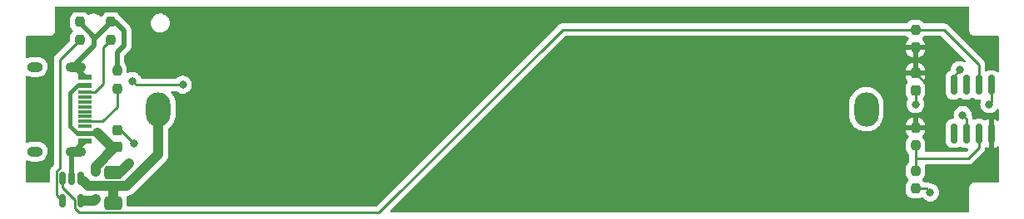
<source format=gbr>
%TF.GenerationSoftware,KiCad,Pcbnew,(6.0.0)*%
%TF.CreationDate,2022-06-19T19:27:42+02:00*%
%TF.ProjectId,PCBv2,50434276-322e-46b6-9963-61645f706362,rev?*%
%TF.SameCoordinates,Original*%
%TF.FileFunction,Copper,L2,Bot*%
%TF.FilePolarity,Positive*%
%FSLAX46Y46*%
G04 Gerber Fmt 4.6, Leading zero omitted, Abs format (unit mm)*
G04 Created by KiCad (PCBNEW (6.0.0)) date 2022-06-19 19:27:42*
%MOMM*%
%LPD*%
G01*
G04 APERTURE LIST*
G04 Aperture macros list*
%AMRoundRect*
0 Rectangle with rounded corners*
0 $1 Rounding radius*
0 $2 $3 $4 $5 $6 $7 $8 $9 X,Y pos of 4 corners*
0 Add a 4 corners polygon primitive as box body*
4,1,4,$2,$3,$4,$5,$6,$7,$8,$9,$2,$3,0*
0 Add four circle primitives for the rounded corners*
1,1,$1+$1,$2,$3*
1,1,$1+$1,$4,$5*
1,1,$1+$1,$6,$7*
1,1,$1+$1,$8,$9*
0 Add four rect primitives between the rounded corners*
20,1,$1+$1,$2,$3,$4,$5,0*
20,1,$1+$1,$4,$5,$6,$7,0*
20,1,$1+$1,$6,$7,$8,$9,0*
20,1,$1+$1,$8,$9,$2,$3,0*%
G04 Aperture macros list end*
%TA.AperFunction,SMDPad,CuDef*%
%ADD10RoundRect,0.237500X-0.237500X0.250000X-0.237500X-0.250000X0.237500X-0.250000X0.237500X0.250000X0*%
%TD*%
%TA.AperFunction,SMDPad,CuDef*%
%ADD11R,1.450000X0.600000*%
%TD*%
%TA.AperFunction,SMDPad,CuDef*%
%ADD12R,1.450000X0.300000*%
%TD*%
%TA.AperFunction,ComponentPad*%
%ADD13O,2.100000X1.000000*%
%TD*%
%TA.AperFunction,ComponentPad*%
%ADD14O,1.600000X1.000000*%
%TD*%
%TA.AperFunction,ComponentPad*%
%ADD15O,2.500000X3.500000*%
%TD*%
%TA.AperFunction,SMDPad,CuDef*%
%ADD16RoundRect,0.237500X0.237500X-0.250000X0.237500X0.250000X-0.237500X0.250000X-0.237500X-0.250000X0*%
%TD*%
%TA.AperFunction,SMDPad,CuDef*%
%ADD17RoundRect,0.250000X0.650000X-0.412500X0.650000X0.412500X-0.650000X0.412500X-0.650000X-0.412500X0*%
%TD*%
%TA.AperFunction,SMDPad,CuDef*%
%ADD18RoundRect,0.237500X-0.237500X0.300000X-0.237500X-0.300000X0.237500X-0.300000X0.237500X0.300000X0*%
%TD*%
%TA.AperFunction,SMDPad,CuDef*%
%ADD19RoundRect,0.150000X-0.150000X0.512500X-0.150000X-0.512500X0.150000X-0.512500X0.150000X0.512500X0*%
%TD*%
%TA.AperFunction,SMDPad,CuDef*%
%ADD20RoundRect,0.150000X0.150000X-0.825000X0.150000X0.825000X-0.150000X0.825000X-0.150000X-0.825000X0*%
%TD*%
%TA.AperFunction,SMDPad,CuDef*%
%ADD21RoundRect,0.237500X0.237500X-0.300000X0.237500X0.300000X-0.237500X0.300000X-0.237500X-0.300000X0*%
%TD*%
%TA.AperFunction,ViaPad*%
%ADD22C,0.800000*%
%TD*%
%TA.AperFunction,Conductor*%
%ADD23C,0.250000*%
%TD*%
%TA.AperFunction,Conductor*%
%ADD24C,1.000000*%
%TD*%
%TA.AperFunction,Conductor*%
%ADD25C,0.500000*%
%TD*%
%TA.AperFunction,Conductor*%
%ADD26C,0.406400*%
%TD*%
G04 APERTURE END LIST*
D10*
%TO.P,R5,1*%
%TO.N,+BATT*%
X150000000Y-57887500D03*
%TO.P,R5,2*%
%TO.N,/BATSTAT*%
X150000000Y-59712500D03*
%TD*%
D11*
%TO.P,J1,A1,GND*%
%TO.N,Earth*%
X65545000Y-59250000D03*
%TO.P,J1,A4,VBUS*%
%TO.N,+5V*%
X65545000Y-58450000D03*
D12*
%TO.P,J1,A5,CC1*%
%TO.N,Net-(J1-PadA5)*%
X65545000Y-57250000D03*
%TO.P,J1,A6,D+*%
%TO.N,unconnected-(J1-PadA6)*%
X65545000Y-56250000D03*
%TO.P,J1,A7,D-*%
%TO.N,unconnected-(J1-PadA7)*%
X65545000Y-55750000D03*
%TO.P,J1,A8,SBU1*%
%TO.N,unconnected-(J1-PadA8)*%
X65545000Y-54750000D03*
D11*
%TO.P,J1,A9,VBUS*%
%TO.N,+5V*%
X65545000Y-53550000D03*
%TO.P,J1,A12,GND*%
%TO.N,Earth*%
X65545000Y-52750000D03*
%TO.P,J1,B1,GND*%
X65545000Y-52750000D03*
%TO.P,J1,B4,VBUS*%
%TO.N,+5V*%
X65545000Y-53550000D03*
D12*
%TO.P,J1,B5,CC2*%
%TO.N,Net-(J1-PadB5)*%
X65545000Y-54250000D03*
%TO.P,J1,B6,D+*%
%TO.N,unconnected-(J1-PadB6)*%
X65545000Y-55250000D03*
%TO.P,J1,B7,D-*%
%TO.N,unconnected-(J1-PadB7)*%
X65545000Y-56750000D03*
%TO.P,J1,B8,SBU2*%
%TO.N,unconnected-(J1-PadB8)*%
X65545000Y-57750000D03*
D11*
%TO.P,J1,B9,VBUS*%
%TO.N,+5V*%
X65545000Y-58450000D03*
%TO.P,J1,B12,GND*%
%TO.N,Earth*%
X65545000Y-59250000D03*
D13*
%TO.P,J1,S1,SHIELD*%
X64630000Y-51680000D03*
X64630000Y-60320000D03*
D14*
X60450000Y-51680000D03*
X60450000Y-60320000D03*
%TD*%
D15*
%TO.P,BT1,1,+*%
%TO.N,Net-(BT1-Pad1)*%
X73000000Y-56000000D03*
%TO.P,BT1,2,-*%
%TO.N,Earth*%
X145000000Y-56000000D03*
%TD*%
D16*
%TO.P,R1,1*%
%TO.N,Net-(J1-PadB5)*%
X68200000Y-48912500D03*
%TO.P,R1,2*%
%TO.N,Earth*%
X68200000Y-47087500D03*
%TD*%
%TO.P,R2,1*%
%TO.N,Net-(J1-PadA5)*%
X68800000Y-53912500D03*
%TO.P,R2,2*%
%TO.N,Earth*%
X68800000Y-52087500D03*
%TD*%
D17*
%TO.P,C3,1*%
%TO.N,Net-(BT1-Pad1)*%
X68400000Y-65562500D03*
%TO.P,C3,2*%
%TO.N,Earth*%
X68400000Y-62437500D03*
%TD*%
D18*
%TO.P,C1,1*%
%TO.N,+BATT*%
X150000000Y-52337500D03*
%TO.P,C1,2*%
%TO.N,Earth*%
X150000000Y-54062500D03*
%TD*%
D19*
%TO.P,U2,1,STAT*%
%TO.N,/CHGSTAT*%
X63250000Y-63062500D03*
%TO.P,U2,2,VSS*%
%TO.N,Earth*%
X64200000Y-63062500D03*
%TO.P,U2,3,VBAT*%
%TO.N,Net-(BT1-Pad1)*%
X65150000Y-63062500D03*
%TO.P,U2,4,VDD*%
%TO.N,+5V*%
X65150000Y-65337500D03*
%TO.P,U2,5,PROG*%
%TO.N,Net-(R3-Pad1)*%
X63250000Y-65337500D03*
%TD*%
D20*
%TO.P,U1,1,VCC*%
%TO.N,+BATT*%
X157705000Y-58475000D03*
%TO.P,U1,2,PA6*%
%TO.N,/BATSTAT*%
X156435000Y-58475000D03*
%TO.P,U1,3,PA7*%
%TO.N,Net-(D1-Pad4)*%
X155165000Y-58475000D03*
%TO.P,U1,4,PA1*%
%TO.N,unconnected-(U1-Pad4)*%
X153895000Y-58475000D03*
%TO.P,U1,5,PA2*%
%TO.N,Net-(SW1-Pad1)*%
X153895000Y-53525000D03*
%TO.P,U1,6,~{RESET}/PA0*%
%TO.N,/UPDI*%
X155165000Y-53525000D03*
%TO.P,U1,7,PA3*%
%TO.N,/CHGSTAT*%
X156435000Y-53525000D03*
%TO.P,U1,8,GND*%
%TO.N,Earth*%
X157705000Y-53525000D03*
%TD*%
D10*
%TO.P,R6,1*%
%TO.N,/BATSTAT*%
X150000000Y-62287500D03*
%TO.P,R6,2*%
%TO.N,Earth*%
X150000000Y-64112500D03*
%TD*%
D21*
%TO.P,C2,1*%
%TO.N,+5V*%
X68800000Y-59862500D03*
%TO.P,C2,2*%
%TO.N,Earth*%
X68800000Y-58137500D03*
%TD*%
D16*
%TO.P,R3,1*%
%TO.N,Net-(R3-Pad1)*%
X65000000Y-48912500D03*
%TO.P,R3,2*%
%TO.N,Earth*%
X65000000Y-47087500D03*
%TD*%
D10*
%TO.P,R4,1*%
%TO.N,/CHGSTAT*%
X150000000Y-47887500D03*
%TO.P,R4,2*%
%TO.N,+BATT*%
X150000000Y-49712500D03*
%TD*%
D22*
%TO.N,Earth*%
X70000000Y-61500000D03*
X70500000Y-59500000D03*
X157500000Y-55500000D03*
X151500000Y-64500000D03*
X150000000Y-55500000D03*
%TO.N,+BATT*%
X106500000Y-53000000D03*
X108500000Y-55000000D03*
X127000000Y-54000000D03*
X146500000Y-53500000D03*
X82000000Y-54000000D03*
X71000000Y-47000000D03*
X145000000Y-46500000D03*
%TO.N,+5V*%
X66600000Y-62400000D03*
X66600000Y-65200000D03*
%TO.N,Net-(D1-Pad4)*%
X154800000Y-56600000D03*
%TO.N,Net-(D4-Pad2)*%
X70372536Y-53127464D03*
X75500000Y-53500000D03*
%TO.N,Net-(SW1-Pad1)*%
X154500000Y-52000000D03*
%TD*%
D23*
%TO.N,Net-(SW1-Pad1)*%
X154500000Y-52000000D02*
X153895000Y-52605000D01*
X153895000Y-52605000D02*
X153895000Y-53525000D01*
D24*
%TO.N,Net-(BT1-Pad1)*%
X69800480Y-63799520D02*
X73000000Y-60600000D01*
X68400000Y-63799520D02*
X65887020Y-63799520D01*
X68600000Y-63800000D02*
X68600480Y-63799520D01*
X73000000Y-60600000D02*
X73000000Y-56000000D01*
X68400000Y-65562500D02*
X68400000Y-63799520D01*
X68600480Y-63799520D02*
X69800480Y-63799520D01*
X65887020Y-63799520D02*
X65400000Y-63312500D01*
D25*
%TO.N,Earth*%
X66500000Y-48860707D02*
X68200000Y-47160707D01*
D23*
X157705000Y-53525000D02*
X157705000Y-55295000D01*
D25*
X68200000Y-47087500D02*
X68587500Y-47087500D01*
D23*
X150000000Y-64112500D02*
X151112500Y-64112500D01*
D24*
X69062500Y-62437500D02*
X70000000Y-61500000D01*
D25*
X64630000Y-51680000D02*
X64630000Y-51835000D01*
X68800000Y-50200000D02*
X68800000Y-52087500D01*
X64630000Y-60320000D02*
X64200000Y-60750000D01*
X65000000Y-47142827D02*
X66500000Y-48642827D01*
D23*
X157705000Y-55295000D02*
X157500000Y-55500000D01*
X151112500Y-64112500D02*
X151500000Y-64500000D01*
D25*
X66500000Y-49000000D02*
X66500000Y-48860707D01*
X64630000Y-60165000D02*
X65545000Y-59250000D01*
X66500000Y-49500000D02*
X66500000Y-49000000D01*
D24*
X68400000Y-62437500D02*
X69062500Y-62437500D01*
D25*
X68587500Y-47087500D02*
X69500000Y-48000000D01*
X64630000Y-51680000D02*
X64630000Y-51370000D01*
X65000000Y-47087500D02*
X65000000Y-47142827D01*
X64630000Y-51835000D02*
X65545000Y-52750000D01*
D23*
X150000000Y-54062500D02*
X150000000Y-55500000D01*
D25*
X69500000Y-49500000D02*
X68800000Y-50200000D01*
D23*
X69137500Y-58137500D02*
X70500000Y-59500000D01*
D25*
X64200000Y-60750000D02*
X64200000Y-63062500D01*
X64630000Y-51370000D02*
X66500000Y-49500000D01*
X69500000Y-48000000D02*
X69500000Y-49500000D01*
X64630000Y-60320000D02*
X64630000Y-60165000D01*
X68200000Y-47160707D02*
X68200000Y-47087500D01*
D23*
X68800000Y-58137500D02*
X69137500Y-58137500D01*
D25*
X66500000Y-48642827D02*
X66500000Y-49000000D01*
D23*
%TO.N,+BATT*%
X157705000Y-58475000D02*
X157705000Y-57105000D01*
X153062500Y-55400000D02*
X150000000Y-52337500D01*
X156000000Y-55400000D02*
X153062500Y-55400000D01*
X157705000Y-57105000D02*
X156000000Y-55400000D01*
D26*
%TO.N,+5V*%
X64000000Y-57690135D02*
X64759865Y-58450000D01*
D25*
X66800000Y-58400000D02*
X66750000Y-58450000D01*
D24*
X68569676Y-59862500D02*
X68800000Y-59862500D01*
D26*
X65545000Y-53550000D02*
X64759865Y-53550000D01*
X64000000Y-54309865D02*
X64000000Y-57690135D01*
X64759865Y-53550000D02*
X64000000Y-54309865D01*
D24*
X66600000Y-65200000D02*
X66462500Y-65337500D01*
X66800000Y-58400000D02*
X68262500Y-59862500D01*
D25*
X66750000Y-58450000D02*
X65545000Y-58450000D01*
D24*
X68262500Y-59862500D02*
X68800000Y-59862500D01*
D26*
X64759865Y-58450000D02*
X65545000Y-58450000D01*
D24*
X66600000Y-61832176D02*
X68569676Y-59862500D01*
X66462500Y-65337500D02*
X65350000Y-65337500D01*
X66600000Y-62400000D02*
X66600000Y-61832176D01*
D23*
%TO.N,Net-(D1-Pad4)*%
X155165000Y-56965000D02*
X155165000Y-58475000D01*
X154800000Y-56600000D02*
X155165000Y-56965000D01*
%TO.N,Net-(D4-Pad2)*%
X70745072Y-53500000D02*
X70372536Y-53127464D01*
X75500000Y-53500000D02*
X70745072Y-53500000D01*
%TO.N,Net-(J1-PadB5)*%
X66520000Y-54250000D02*
X67400000Y-53370000D01*
X65545000Y-54250000D02*
X66520000Y-54250000D01*
X67400000Y-49712500D02*
X68200000Y-48912500D01*
X67400000Y-53370000D02*
X67400000Y-49712500D01*
%TO.N,Net-(J1-PadA5)*%
X65545000Y-57250000D02*
X67350000Y-57250000D01*
X68800000Y-55800000D02*
X68800000Y-53912500D01*
X67350000Y-57250000D02*
X68800000Y-55800000D01*
%TO.N,Net-(R3-Pad1)*%
X63000000Y-50912500D02*
X63000000Y-61978928D01*
X63000000Y-61978928D02*
X62625480Y-62353448D01*
X62625480Y-64712980D02*
X63250000Y-65337500D01*
X65000000Y-48912500D02*
X63000000Y-50912500D01*
X62625480Y-62353448D02*
X62625480Y-64712980D01*
%TO.N,/CHGSTAT*%
X63250000Y-64003928D02*
X64525480Y-65279408D01*
X64949520Y-66549520D02*
X95450480Y-66549520D01*
X64525480Y-65279408D02*
X64525480Y-66125480D01*
X95450480Y-66549520D02*
X114112500Y-47887500D01*
X63250000Y-63062500D02*
X63250000Y-64003928D01*
X150000000Y-47887500D02*
X152887500Y-47887500D01*
X156435000Y-51435000D02*
X156435000Y-53525000D01*
X64525480Y-66125480D02*
X64949520Y-66549520D01*
X152887500Y-47887500D02*
X156435000Y-51435000D01*
X114112500Y-47887500D02*
X150000000Y-47887500D01*
%TO.N,/BATSTAT*%
X150000000Y-62287500D02*
X150000000Y-61000000D01*
X150000000Y-61000000D02*
X150000000Y-59712500D01*
X155400000Y-61000000D02*
X156435000Y-59965000D01*
X150000000Y-61000000D02*
X155400000Y-61000000D01*
X156435000Y-59965000D02*
X156435000Y-58475000D01*
%TD*%
%TA.AperFunction,Conductor*%
%TO.N,+BATT*%
G36*
X149120422Y-48541002D02*
G01*
X149159445Y-48580698D01*
X149173884Y-48604031D01*
X149281141Y-48711101D01*
X149315220Y-48773382D01*
X149310217Y-48844202D01*
X149281296Y-48889291D01*
X149178637Y-48992129D01*
X149169625Y-49003540D01*
X149086088Y-49139063D01*
X149079944Y-49152241D01*
X149029685Y-49303766D01*
X149026819Y-49317132D01*
X149017328Y-49409770D01*
X149017000Y-49416185D01*
X149017000Y-49440385D01*
X149021475Y-49455624D01*
X149022865Y-49456829D01*
X149030548Y-49458500D01*
X150964885Y-49458500D01*
X150980124Y-49454025D01*
X150981329Y-49452635D01*
X150983000Y-49444952D01*
X150983000Y-49416234D01*
X150982663Y-49409718D01*
X150972925Y-49315868D01*
X150970032Y-49302472D01*
X150919512Y-49151047D01*
X150913347Y-49137885D01*
X150829574Y-49002508D01*
X150820540Y-48991110D01*
X150718860Y-48889607D01*
X150684781Y-48827324D01*
X150689784Y-48756504D01*
X150718705Y-48711416D01*
X150719022Y-48711099D01*
X150826929Y-48603003D01*
X150830769Y-48596774D01*
X150840564Y-48580884D01*
X150893336Y-48533391D01*
X150947824Y-48521000D01*
X152572906Y-48521000D01*
X152641027Y-48541002D01*
X152662001Y-48557905D01*
X155127364Y-51023268D01*
X155161390Y-51085580D01*
X155156325Y-51156395D01*
X155113778Y-51213231D01*
X155047258Y-51238042D01*
X154977884Y-51222951D01*
X154964209Y-51214300D01*
X154962738Y-51213231D01*
X154956752Y-51208882D01*
X154950724Y-51206198D01*
X154950722Y-51206197D01*
X154788319Y-51133891D01*
X154788318Y-51133891D01*
X154782288Y-51131206D01*
X154688887Y-51111353D01*
X154601944Y-51092872D01*
X154601939Y-51092872D01*
X154595487Y-51091500D01*
X154404513Y-51091500D01*
X154398061Y-51092872D01*
X154398056Y-51092872D01*
X154311113Y-51111353D01*
X154217712Y-51131206D01*
X154211682Y-51133891D01*
X154211681Y-51133891D01*
X154049278Y-51206197D01*
X154049276Y-51206198D01*
X154043248Y-51208882D01*
X154037907Y-51212762D01*
X154037906Y-51212763D01*
X154014761Y-51229579D01*
X153888747Y-51321134D01*
X153884326Y-51326044D01*
X153884325Y-51326045D01*
X153795200Y-51425029D01*
X153760960Y-51463056D01*
X153665473Y-51628444D01*
X153606458Y-51810072D01*
X153605768Y-51816633D01*
X153605768Y-51816635D01*
X153589093Y-51975292D01*
X153562080Y-52040949D01*
X153552878Y-52051217D01*
X153549156Y-52054939D01*
X153495217Y-52086840D01*
X153489014Y-52088642D01*
X153489010Y-52088644D01*
X153481399Y-52090855D01*
X153474572Y-52094892D01*
X153474573Y-52094892D01*
X153345020Y-52171509D01*
X153345017Y-52171511D01*
X153338193Y-52175547D01*
X153220547Y-52293193D01*
X153216511Y-52300017D01*
X153216509Y-52300020D01*
X153196614Y-52333661D01*
X153135855Y-52436399D01*
X153133644Y-52444010D01*
X153133643Y-52444012D01*
X153118472Y-52496231D01*
X153089438Y-52596169D01*
X153088934Y-52602574D01*
X153088933Y-52602579D01*
X153086788Y-52629834D01*
X153086500Y-52633498D01*
X153086500Y-54416502D01*
X153089438Y-54453831D01*
X153135855Y-54613601D01*
X153139892Y-54620427D01*
X153216509Y-54749980D01*
X153216511Y-54749983D01*
X153220547Y-54756807D01*
X153338193Y-54874453D01*
X153345017Y-54878489D01*
X153345020Y-54878491D01*
X153397349Y-54909438D01*
X153481399Y-54959145D01*
X153489010Y-54961356D01*
X153489012Y-54961357D01*
X153541231Y-54976528D01*
X153641169Y-55005562D01*
X153647574Y-55006066D01*
X153647579Y-55006067D01*
X153676042Y-55008307D01*
X153676050Y-55008307D01*
X153678498Y-55008500D01*
X154111502Y-55008500D01*
X154113950Y-55008307D01*
X154113958Y-55008307D01*
X154142421Y-55006067D01*
X154142426Y-55006066D01*
X154148831Y-55005562D01*
X154248769Y-54976528D01*
X154300988Y-54961357D01*
X154300990Y-54961356D01*
X154308601Y-54959145D01*
X154451807Y-54874453D01*
X154454489Y-54871771D01*
X154518861Y-54846498D01*
X154588484Y-54860400D01*
X154604312Y-54870572D01*
X154608193Y-54874453D01*
X154751399Y-54959145D01*
X154759010Y-54961356D01*
X154759012Y-54961357D01*
X154811231Y-54976528D01*
X154911169Y-55005562D01*
X154917574Y-55006066D01*
X154917579Y-55006067D01*
X154946042Y-55008307D01*
X154946050Y-55008307D01*
X154948498Y-55008500D01*
X155381502Y-55008500D01*
X155383950Y-55008307D01*
X155383958Y-55008307D01*
X155412421Y-55006067D01*
X155412426Y-55006066D01*
X155418831Y-55005562D01*
X155518769Y-54976528D01*
X155570988Y-54961357D01*
X155570990Y-54961356D01*
X155578601Y-54959145D01*
X155721807Y-54874453D01*
X155724489Y-54871771D01*
X155788861Y-54846498D01*
X155858484Y-54860400D01*
X155874312Y-54870572D01*
X155878193Y-54874453D01*
X156021399Y-54959145D01*
X156029010Y-54961356D01*
X156029012Y-54961357D01*
X156081231Y-54976528D01*
X156181169Y-55005562D01*
X156187574Y-55006066D01*
X156187579Y-55006067D01*
X156216042Y-55008307D01*
X156216050Y-55008307D01*
X156218498Y-55008500D01*
X156531021Y-55008500D01*
X156599142Y-55028502D01*
X156645635Y-55082158D01*
X156655739Y-55152432D01*
X156650854Y-55173436D01*
X156606458Y-55310072D01*
X156605768Y-55316633D01*
X156605768Y-55316635D01*
X156591947Y-55448134D01*
X156586496Y-55500000D01*
X156587186Y-55506565D01*
X156592307Y-55555284D01*
X156606458Y-55689928D01*
X156665473Y-55871556D01*
X156760960Y-56036944D01*
X156765378Y-56041851D01*
X156765379Y-56041852D01*
X156869570Y-56157568D01*
X156888747Y-56178866D01*
X156987843Y-56250864D01*
X157036511Y-56286223D01*
X157043248Y-56291118D01*
X157049276Y-56293802D01*
X157049278Y-56293803D01*
X157071411Y-56303657D01*
X157217712Y-56368794D01*
X157311112Y-56388647D01*
X157398056Y-56407128D01*
X157398061Y-56407128D01*
X157404513Y-56408500D01*
X157595487Y-56408500D01*
X157601939Y-56407128D01*
X157601944Y-56407128D01*
X157688888Y-56388647D01*
X157782288Y-56368794D01*
X157928589Y-56303657D01*
X157950722Y-56293803D01*
X157950724Y-56293802D01*
X157956752Y-56291118D01*
X157963490Y-56286223D01*
X158012157Y-56250864D01*
X158111253Y-56178866D01*
X158130430Y-56157568D01*
X158234621Y-56041852D01*
X158234622Y-56041851D01*
X158239040Y-56036944D01*
X158256882Y-56006041D01*
X158308264Y-55957049D01*
X158377978Y-55943614D01*
X158443889Y-55970001D01*
X158485070Y-56027833D01*
X158492000Y-56069043D01*
X158492000Y-57052257D01*
X158471998Y-57120378D01*
X158418342Y-57166871D01*
X158348068Y-57176975D01*
X158283488Y-57147481D01*
X158276905Y-57141352D01*
X158267104Y-57131551D01*
X158254678Y-57121911D01*
X158125221Y-57045352D01*
X158110790Y-57039107D01*
X157976395Y-57000061D01*
X157962294Y-57000101D01*
X157959000Y-57007370D01*
X157959000Y-59936878D01*
X157962973Y-59950409D01*
X157970871Y-59951544D01*
X158110790Y-59910893D01*
X158125221Y-59904648D01*
X158254678Y-59828089D01*
X158267104Y-59818449D01*
X158276905Y-59808648D01*
X158339217Y-59774622D01*
X158410032Y-59779687D01*
X158466868Y-59822234D01*
X158491679Y-59888754D01*
X158492000Y-59897743D01*
X158492000Y-63366000D01*
X158471998Y-63434121D01*
X158418342Y-63480614D01*
X158366000Y-63492000D01*
X156008702Y-63492000D01*
X156007932Y-63491998D01*
X156007078Y-63491993D01*
X155930348Y-63491524D01*
X155921719Y-63493990D01*
X155921714Y-63493991D01*
X155901952Y-63499639D01*
X155885191Y-63503217D01*
X155864848Y-63506130D01*
X155864838Y-63506133D01*
X155855955Y-63507405D01*
X155832605Y-63518021D01*
X155815093Y-63524464D01*
X155802200Y-63528149D01*
X155790435Y-63531512D01*
X155765452Y-63547274D01*
X155750386Y-63555404D01*
X155723490Y-63567633D01*
X155704061Y-63584374D01*
X155689053Y-63595479D01*
X155667369Y-63609160D01*
X155661427Y-63615888D01*
X155647819Y-63631296D01*
X155635627Y-63643340D01*
X155613253Y-63662619D01*
X155608374Y-63670147D01*
X155608371Y-63670150D01*
X155599304Y-63684139D01*
X155588014Y-63699013D01*
X155571044Y-63718228D01*
X155558490Y-63744966D01*
X155550176Y-63759935D01*
X155534107Y-63784727D01*
X155531535Y-63793327D01*
X155526761Y-63809290D01*
X155520099Y-63826736D01*
X155509201Y-63849948D01*
X155507820Y-63858821D01*
X155504658Y-63879128D01*
X155500874Y-63895849D01*
X155494986Y-63915536D01*
X155494985Y-63915539D01*
X155492413Y-63924141D01*
X155492358Y-63933116D01*
X155492358Y-63933117D01*
X155492203Y-63958546D01*
X155492170Y-63959328D01*
X155492000Y-63960423D01*
X155492000Y-63991298D01*
X155491998Y-63992068D01*
X155491524Y-64069652D01*
X155491908Y-64070996D01*
X155492000Y-64072341D01*
X155492000Y-66366000D01*
X155471998Y-66434121D01*
X155418342Y-66480614D01*
X155366000Y-66492000D01*
X96708094Y-66492000D01*
X96639973Y-66471998D01*
X96593480Y-66418342D01*
X96583376Y-66348068D01*
X96612870Y-66283488D01*
X96618999Y-66276905D01*
X98483832Y-64412072D01*
X149016500Y-64412072D01*
X149016837Y-64415318D01*
X149016837Y-64415322D01*
X149026503Y-64508476D01*
X149027293Y-64516093D01*
X149029474Y-64522629D01*
X149029474Y-64522631D01*
X149050089Y-64584421D01*
X149082346Y-64681107D01*
X149173884Y-64829031D01*
X149179066Y-64834204D01*
X149291816Y-64946758D01*
X149291821Y-64946762D01*
X149296997Y-64951929D01*
X149445080Y-65043209D01*
X149610191Y-65097974D01*
X149617027Y-65098674D01*
X149617030Y-65098675D01*
X149657938Y-65102866D01*
X149712928Y-65108500D01*
X150287072Y-65108500D01*
X150290318Y-65108163D01*
X150290322Y-65108163D01*
X150384235Y-65098419D01*
X150384239Y-65098418D01*
X150391093Y-65097707D01*
X150397629Y-65095526D01*
X150397631Y-65095526D01*
X150530395Y-65051232D01*
X150556107Y-65042654D01*
X150601457Y-65014590D01*
X150669907Y-64995754D01*
X150737677Y-65016916D01*
X150761394Y-65037426D01*
X150888747Y-65178866D01*
X151043248Y-65291118D01*
X151049276Y-65293802D01*
X151049278Y-65293803D01*
X151211681Y-65366109D01*
X151217712Y-65368794D01*
X151311113Y-65388647D01*
X151398056Y-65407128D01*
X151398061Y-65407128D01*
X151404513Y-65408500D01*
X151595487Y-65408500D01*
X151601939Y-65407128D01*
X151601944Y-65407128D01*
X151688887Y-65388647D01*
X151782288Y-65368794D01*
X151788319Y-65366109D01*
X151950722Y-65293803D01*
X151950724Y-65293802D01*
X151956752Y-65291118D01*
X152111253Y-65178866D01*
X152179684Y-65102866D01*
X152234621Y-65041852D01*
X152234622Y-65041851D01*
X152239040Y-65036944D01*
X152334527Y-64871556D01*
X152393542Y-64689928D01*
X152395200Y-64674159D01*
X152412814Y-64506565D01*
X152413504Y-64500000D01*
X152399028Y-64362266D01*
X152394232Y-64316635D01*
X152394232Y-64316633D01*
X152393542Y-64310072D01*
X152334527Y-64128444D01*
X152239040Y-63963056D01*
X152208091Y-63928683D01*
X152115675Y-63826045D01*
X152115674Y-63826044D01*
X152111253Y-63821134D01*
X152006408Y-63744959D01*
X151962094Y-63712763D01*
X151962093Y-63712762D01*
X151956752Y-63708882D01*
X151950724Y-63706198D01*
X151950722Y-63706197D01*
X151788319Y-63633891D01*
X151788318Y-63633891D01*
X151782288Y-63631206D01*
X151688888Y-63611353D01*
X151601944Y-63592872D01*
X151601939Y-63592872D01*
X151595487Y-63591500D01*
X151517569Y-63591500D01*
X151449448Y-63571498D01*
X151445846Y-63568951D01*
X151443801Y-63567742D01*
X151437541Y-63562886D01*
X151430272Y-63559741D01*
X151430268Y-63559738D01*
X151396963Y-63545326D01*
X151386313Y-63540109D01*
X151347560Y-63518805D01*
X151327937Y-63513767D01*
X151309234Y-63507363D01*
X151297920Y-63502467D01*
X151297919Y-63502467D01*
X151290645Y-63499319D01*
X151282822Y-63498080D01*
X151282812Y-63498077D01*
X151246976Y-63492401D01*
X151235356Y-63489995D01*
X151200211Y-63480972D01*
X151200210Y-63480972D01*
X151192530Y-63479000D01*
X151172276Y-63479000D01*
X151152565Y-63477449D01*
X151140386Y-63475520D01*
X151132557Y-63474280D01*
X151124665Y-63475026D01*
X151088539Y-63478441D01*
X151076681Y-63479000D01*
X150947699Y-63479000D01*
X150879578Y-63458998D01*
X150840554Y-63419301D01*
X150839961Y-63418342D01*
X150826116Y-63395969D01*
X150796095Y-63366000D01*
X150719214Y-63289253D01*
X150685135Y-63226970D01*
X150690138Y-63156150D01*
X150719059Y-63111063D01*
X150821754Y-63008188D01*
X150821758Y-63008183D01*
X150826929Y-63003003D01*
X150830770Y-62996772D01*
X150914369Y-62861150D01*
X150914370Y-62861148D01*
X150918209Y-62854920D01*
X150972974Y-62689809D01*
X150983500Y-62587072D01*
X150983500Y-61987928D01*
X150982483Y-61978127D01*
X150973419Y-61890765D01*
X150973418Y-61890761D01*
X150972707Y-61883907D01*
X150968567Y-61871498D01*
X150944506Y-61799377D01*
X150941921Y-61728427D01*
X150978104Y-61667343D01*
X151041568Y-61635518D01*
X151064029Y-61633500D01*
X155321233Y-61633500D01*
X155332416Y-61634027D01*
X155339909Y-61635702D01*
X155347835Y-61635453D01*
X155347836Y-61635453D01*
X155407986Y-61633562D01*
X155411945Y-61633500D01*
X155439856Y-61633500D01*
X155443791Y-61633003D01*
X155443856Y-61632995D01*
X155455693Y-61632062D01*
X155487951Y-61631048D01*
X155491970Y-61630922D01*
X155499889Y-61630673D01*
X155519343Y-61625021D01*
X155538700Y-61621013D01*
X155550930Y-61619468D01*
X155550931Y-61619468D01*
X155558797Y-61618474D01*
X155566168Y-61615555D01*
X155566170Y-61615555D01*
X155599912Y-61602196D01*
X155611142Y-61598351D01*
X155645983Y-61588229D01*
X155645984Y-61588229D01*
X155653593Y-61586018D01*
X155660412Y-61581985D01*
X155660417Y-61581983D01*
X155671028Y-61575707D01*
X155688776Y-61567012D01*
X155707617Y-61559552D01*
X155743387Y-61533564D01*
X155753307Y-61527048D01*
X155784535Y-61508580D01*
X155784538Y-61508578D01*
X155791362Y-61504542D01*
X155805683Y-61490221D01*
X155820717Y-61477380D01*
X155830694Y-61470131D01*
X155837107Y-61465472D01*
X155842157Y-61459368D01*
X155842162Y-61459363D01*
X155865293Y-61431402D01*
X155873283Y-61422621D01*
X156827258Y-60468647D01*
X156835537Y-60461113D01*
X156842018Y-60457000D01*
X156888644Y-60407348D01*
X156891398Y-60404507D01*
X156911135Y-60384770D01*
X156913615Y-60381573D01*
X156921320Y-60372551D01*
X156927002Y-60366500D01*
X156951586Y-60340321D01*
X156955405Y-60333375D01*
X156955407Y-60333372D01*
X156961348Y-60322566D01*
X156972199Y-60306047D01*
X156979758Y-60296301D01*
X156984614Y-60290041D01*
X156987759Y-60282772D01*
X156987762Y-60282768D01*
X157002174Y-60249463D01*
X157007391Y-60238813D01*
X157028695Y-60200060D01*
X157033733Y-60180437D01*
X157040137Y-60161734D01*
X157045033Y-60150420D01*
X157045033Y-60150419D01*
X157048181Y-60143145D01*
X157049420Y-60135322D01*
X157049423Y-60135312D01*
X157055099Y-60099476D01*
X157057505Y-60087856D01*
X157066528Y-60052711D01*
X157066528Y-60052710D01*
X157068500Y-60045030D01*
X157068500Y-60024776D01*
X157070051Y-60005065D01*
X157073220Y-59985057D01*
X157075264Y-59985381D01*
X157094025Y-59928196D01*
X157149115Y-59883412D01*
X157219671Y-59875520D01*
X157261970Y-59891159D01*
X157284779Y-59904648D01*
X157299210Y-59910893D01*
X157433605Y-59949939D01*
X157447706Y-59949899D01*
X157451000Y-59942630D01*
X157451000Y-57013122D01*
X157447027Y-56999591D01*
X157439129Y-56998456D01*
X157299210Y-57039107D01*
X157284779Y-57045352D01*
X157155324Y-57121910D01*
X157147636Y-57127874D01*
X157081551Y-57153821D01*
X157011928Y-57139920D01*
X156995842Y-57129582D01*
X156991807Y-57125547D01*
X156934792Y-57091828D01*
X156855427Y-57044892D01*
X156855428Y-57044892D01*
X156848601Y-57040855D01*
X156840990Y-57038644D01*
X156840988Y-57038643D01*
X156769389Y-57017842D01*
X156688831Y-56994438D01*
X156682426Y-56993934D01*
X156682421Y-56993933D01*
X156653958Y-56991693D01*
X156653950Y-56991693D01*
X156651502Y-56991500D01*
X156218498Y-56991500D01*
X156216050Y-56991693D01*
X156216042Y-56991693D01*
X156187579Y-56993933D01*
X156187574Y-56993934D01*
X156181169Y-56994438D01*
X156100611Y-57017842D01*
X156029012Y-57038643D01*
X156029010Y-57038644D01*
X156021399Y-57040855D01*
X155988637Y-57060231D01*
X155919822Y-57077689D01*
X155852491Y-57055172D01*
X155808022Y-56999827D01*
X155798500Y-56951776D01*
X155798500Y-56925144D01*
X155797996Y-56921153D01*
X155797063Y-56909311D01*
X155796704Y-56897865D01*
X155795674Y-56865111D01*
X155793462Y-56857497D01*
X155793461Y-56857492D01*
X155790023Y-56845659D01*
X155786012Y-56826295D01*
X155784467Y-56814064D01*
X155783474Y-56806203D01*
X155780557Y-56798836D01*
X155780556Y-56798831D01*
X155767198Y-56765092D01*
X155763354Y-56753865D01*
X155753230Y-56719022D01*
X155751018Y-56711407D01*
X155740707Y-56693972D01*
X155732012Y-56676224D01*
X155724552Y-56657383D01*
X155725932Y-56656836D01*
X155712875Y-56605982D01*
X155713504Y-56600000D01*
X155697900Y-56451533D01*
X155694232Y-56416635D01*
X155694232Y-56416633D01*
X155693542Y-56410072D01*
X155634527Y-56228444D01*
X155629519Y-56219769D01*
X155578442Y-56131302D01*
X155539040Y-56063056D01*
X155528965Y-56051866D01*
X155415675Y-55926045D01*
X155415674Y-55926044D01*
X155411253Y-55921134D01*
X155256752Y-55808882D01*
X155250724Y-55806198D01*
X155250722Y-55806197D01*
X155088319Y-55733891D01*
X155088318Y-55733891D01*
X155082288Y-55731206D01*
X154988888Y-55711353D01*
X154901944Y-55692872D01*
X154901939Y-55692872D01*
X154895487Y-55691500D01*
X154704513Y-55691500D01*
X154698061Y-55692872D01*
X154698056Y-55692872D01*
X154611113Y-55711353D01*
X154517712Y-55731206D01*
X154511682Y-55733891D01*
X154511681Y-55733891D01*
X154349278Y-55806197D01*
X154349276Y-55806198D01*
X154343248Y-55808882D01*
X154188747Y-55921134D01*
X154184326Y-55926044D01*
X154184325Y-55926045D01*
X154071036Y-56051866D01*
X154060960Y-56063056D01*
X154021558Y-56131302D01*
X153970482Y-56219769D01*
X153965473Y-56228444D01*
X153906458Y-56410072D01*
X153905768Y-56416633D01*
X153905768Y-56416635D01*
X153902100Y-56451533D01*
X153886496Y-56600000D01*
X153887186Y-56606565D01*
X153903860Y-56765206D01*
X153906458Y-56789928D01*
X153918275Y-56826295D01*
X153918362Y-56826563D01*
X153920390Y-56897531D01*
X153883728Y-56958329D01*
X153820016Y-56989654D01*
X153798529Y-56991500D01*
X153678498Y-56991500D01*
X153676050Y-56991693D01*
X153676042Y-56991693D01*
X153647579Y-56993933D01*
X153647574Y-56993934D01*
X153641169Y-56994438D01*
X153560611Y-57017842D01*
X153489012Y-57038643D01*
X153489010Y-57038644D01*
X153481399Y-57040855D01*
X153474572Y-57044892D01*
X153474573Y-57044892D01*
X153345020Y-57121509D01*
X153345017Y-57121511D01*
X153338193Y-57125547D01*
X153220547Y-57243193D01*
X153216511Y-57250017D01*
X153216509Y-57250020D01*
X153184244Y-57304578D01*
X153135855Y-57386399D01*
X153089438Y-57546169D01*
X153086500Y-57583498D01*
X153086500Y-59366502D01*
X153086693Y-59368950D01*
X153086693Y-59368958D01*
X153088237Y-59388567D01*
X153089438Y-59403831D01*
X153135855Y-59563601D01*
X153139892Y-59570427D01*
X153216509Y-59699980D01*
X153216511Y-59699983D01*
X153220547Y-59706807D01*
X153338193Y-59824453D01*
X153345017Y-59828489D01*
X153345020Y-59828491D01*
X153437887Y-59883412D01*
X153481399Y-59909145D01*
X153489010Y-59911356D01*
X153489012Y-59911357D01*
X153514088Y-59918642D01*
X153641169Y-59955562D01*
X153647574Y-59956066D01*
X153647579Y-59956067D01*
X153676042Y-59958307D01*
X153676050Y-59958307D01*
X153678498Y-59958500D01*
X154111502Y-59958500D01*
X154113950Y-59958307D01*
X154113958Y-59958307D01*
X154142421Y-59956067D01*
X154142426Y-59956066D01*
X154148831Y-59955562D01*
X154275912Y-59918642D01*
X154300988Y-59911357D01*
X154300990Y-59911356D01*
X154308601Y-59909145D01*
X154451807Y-59824453D01*
X154454489Y-59821771D01*
X154518861Y-59796498D01*
X154588484Y-59810400D01*
X154604312Y-59820572D01*
X154608193Y-59824453D01*
X154751399Y-59909145D01*
X154759010Y-59911356D01*
X154759012Y-59911357D01*
X154784088Y-59918642D01*
X154911169Y-59955562D01*
X154917574Y-59956066D01*
X154917579Y-59956067D01*
X154946042Y-59958307D01*
X154946050Y-59958307D01*
X154948498Y-59958500D01*
X155241404Y-59958500D01*
X155309525Y-59978502D01*
X155356018Y-60032158D01*
X155366122Y-60102432D01*
X155336628Y-60167012D01*
X155330499Y-60173595D01*
X155174499Y-60329595D01*
X155112187Y-60363621D01*
X155085404Y-60366500D01*
X151064034Y-60366500D01*
X150995913Y-60346498D01*
X150949420Y-60292842D01*
X150939316Y-60222568D01*
X150944441Y-60200833D01*
X150953356Y-60173955D01*
X150972974Y-60114809D01*
X150973961Y-60105183D01*
X150981442Y-60032158D01*
X150983500Y-60012072D01*
X150983500Y-59412928D01*
X150981280Y-59391533D01*
X150973419Y-59315765D01*
X150973418Y-59315761D01*
X150972707Y-59308907D01*
X150917654Y-59143893D01*
X150826116Y-58995969D01*
X150718859Y-58888899D01*
X150684780Y-58826618D01*
X150689783Y-58755798D01*
X150718704Y-58710709D01*
X150821363Y-58607871D01*
X150830375Y-58596460D01*
X150913912Y-58460937D01*
X150920056Y-58447759D01*
X150970315Y-58296234D01*
X150973181Y-58282868D01*
X150982672Y-58190230D01*
X150983000Y-58183815D01*
X150983000Y-58159615D01*
X150978525Y-58144376D01*
X150977135Y-58143171D01*
X150969452Y-58141500D01*
X149035115Y-58141500D01*
X149019876Y-58145975D01*
X149018671Y-58147365D01*
X149017000Y-58155048D01*
X149017000Y-58183766D01*
X149017337Y-58190282D01*
X149027075Y-58284132D01*
X149029968Y-58297528D01*
X149080488Y-58448953D01*
X149086653Y-58462115D01*
X149170426Y-58597492D01*
X149179460Y-58608890D01*
X149281140Y-58710393D01*
X149315219Y-58772676D01*
X149310216Y-58843496D01*
X149281296Y-58888583D01*
X149173071Y-58996997D01*
X149169231Y-59003227D01*
X149169230Y-59003228D01*
X149086364Y-59137662D01*
X149081791Y-59145080D01*
X149027026Y-59310191D01*
X149016500Y-59412928D01*
X149016500Y-60012072D01*
X149016837Y-60015318D01*
X149016837Y-60015322D01*
X149025876Y-60102432D01*
X149027293Y-60116093D01*
X149029474Y-60122629D01*
X149029474Y-60122631D01*
X149062460Y-60221501D01*
X149082346Y-60281107D01*
X149173884Y-60429031D01*
X149179066Y-60434204D01*
X149291816Y-60546758D01*
X149291821Y-60546762D01*
X149296997Y-60551929D01*
X149303227Y-60555769D01*
X149303228Y-60555770D01*
X149306614Y-60557857D01*
X149308441Y-60559886D01*
X149308973Y-60560307D01*
X149308901Y-60560398D01*
X149354108Y-60610628D01*
X149366500Y-60665118D01*
X149366500Y-60928207D01*
X149364268Y-60951816D01*
X149362725Y-60959906D01*
X149364913Y-60994679D01*
X149366251Y-61015951D01*
X149366500Y-61023862D01*
X149366500Y-61335036D01*
X149346498Y-61403157D01*
X149306804Y-61442179D01*
X149295969Y-61448884D01*
X149290796Y-61454066D01*
X149178242Y-61566816D01*
X149178238Y-61566821D01*
X149173071Y-61571997D01*
X149169231Y-61578227D01*
X149169230Y-61578228D01*
X149114299Y-61667343D01*
X149081791Y-61720080D01*
X149027026Y-61885191D01*
X149026326Y-61892027D01*
X149026325Y-61892030D01*
X149022058Y-61933678D01*
X149016500Y-61987928D01*
X149016500Y-62587072D01*
X149027293Y-62691093D01*
X149082346Y-62856107D01*
X149173884Y-63004031D01*
X149179066Y-63009204D01*
X149280786Y-63110747D01*
X149314865Y-63173030D01*
X149309862Y-63243850D01*
X149280941Y-63288937D01*
X149178246Y-63391812D01*
X149178242Y-63391817D01*
X149173071Y-63396997D01*
X149169231Y-63403227D01*
X149169230Y-63403228D01*
X149091675Y-63529046D01*
X149081791Y-63545080D01*
X149027026Y-63710191D01*
X149026326Y-63717027D01*
X149026325Y-63717030D01*
X149021049Y-63768526D01*
X149016500Y-63812928D01*
X149016500Y-64412072D01*
X98483832Y-64412072D01*
X105403773Y-57492132D01*
X106329551Y-56566354D01*
X143241500Y-56566354D01*
X143241673Y-56568679D01*
X143241673Y-56568685D01*
X143255435Y-56753865D01*
X143255939Y-56760652D01*
X143256968Y-56765200D01*
X143256969Y-56765206D01*
X143288726Y-56905548D01*
X143313623Y-57015577D01*
X143315315Y-57019929D01*
X143315316Y-57019931D01*
X143386212Y-57202240D01*
X143408353Y-57259177D01*
X143538049Y-57486098D01*
X143699862Y-57691357D01*
X143890237Y-57870443D01*
X144104991Y-58019424D01*
X144109181Y-58021490D01*
X144109184Y-58021492D01*
X144335219Y-58132960D01*
X144335222Y-58132961D01*
X144339407Y-58135025D01*
X144343850Y-58136447D01*
X144343852Y-58136448D01*
X144491675Y-58183766D01*
X144588335Y-58214707D01*
X144846307Y-58256721D01*
X144960058Y-58258210D01*
X145102978Y-58260081D01*
X145102981Y-58260081D01*
X145107655Y-58260142D01*
X145366638Y-58224896D01*
X145617567Y-58151757D01*
X145636192Y-58143171D01*
X145672112Y-58126611D01*
X145854928Y-58042332D01*
X146008500Y-57941646D01*
X146069596Y-57901590D01*
X146069601Y-57901586D01*
X146073509Y-57899024D01*
X146268506Y-57724982D01*
X146359657Y-57615385D01*
X149017000Y-57615385D01*
X149021475Y-57630624D01*
X149022865Y-57631829D01*
X149030548Y-57633500D01*
X149727885Y-57633500D01*
X149743124Y-57629025D01*
X149744329Y-57627635D01*
X149746000Y-57619952D01*
X149746000Y-57615385D01*
X150254000Y-57615385D01*
X150258475Y-57630624D01*
X150259865Y-57631829D01*
X150267548Y-57633500D01*
X150964885Y-57633500D01*
X150980124Y-57629025D01*
X150981329Y-57627635D01*
X150983000Y-57619952D01*
X150983000Y-57591234D01*
X150982663Y-57584718D01*
X150972925Y-57490868D01*
X150970032Y-57477472D01*
X150919512Y-57326047D01*
X150913347Y-57312885D01*
X150829574Y-57177508D01*
X150820540Y-57166110D01*
X150707871Y-57053637D01*
X150696460Y-57044625D01*
X150560937Y-56961088D01*
X150547759Y-56954944D01*
X150396234Y-56904685D01*
X150382868Y-56901819D01*
X150290230Y-56892328D01*
X150283815Y-56892000D01*
X150272115Y-56892000D01*
X150256876Y-56896475D01*
X150255671Y-56897865D01*
X150254000Y-56905548D01*
X150254000Y-57615385D01*
X149746000Y-57615385D01*
X149746000Y-56910115D01*
X149741525Y-56894876D01*
X149740135Y-56893671D01*
X149732452Y-56892000D01*
X149716234Y-56892000D01*
X149709718Y-56892337D01*
X149615868Y-56902075D01*
X149602472Y-56904968D01*
X149451047Y-56955488D01*
X149437885Y-56961653D01*
X149302508Y-57045426D01*
X149291110Y-57054460D01*
X149178637Y-57167129D01*
X149169625Y-57178540D01*
X149086088Y-57314063D01*
X149079944Y-57327241D01*
X149029685Y-57478766D01*
X149026819Y-57492132D01*
X149017328Y-57584770D01*
X149017000Y-57591185D01*
X149017000Y-57615385D01*
X146359657Y-57615385D01*
X146435637Y-57524030D01*
X146514534Y-57394012D01*
X146568804Y-57304578D01*
X146568806Y-57304574D01*
X146571229Y-57300581D01*
X146672303Y-57059545D01*
X146736641Y-56806217D01*
X146737650Y-56796202D01*
X146758184Y-56592271D01*
X146758500Y-56589133D01*
X146758500Y-55433646D01*
X146756574Y-55407729D01*
X146744407Y-55244000D01*
X146744406Y-55243996D01*
X146744061Y-55239348D01*
X146732725Y-55189248D01*
X146691781Y-55008307D01*
X146686377Y-54984423D01*
X146645183Y-54878491D01*
X146593340Y-54745176D01*
X146593339Y-54745173D01*
X146591647Y-54740823D01*
X146461951Y-54513902D01*
X146381675Y-54412072D01*
X149016500Y-54412072D01*
X149016837Y-54415318D01*
X149016837Y-54415322D01*
X149023540Y-54479920D01*
X149027293Y-54516093D01*
X149029474Y-54522629D01*
X149029474Y-54522631D01*
X149062550Y-54621772D01*
X149082346Y-54681107D01*
X149173884Y-54829031D01*
X149186192Y-54841317D01*
X149209724Y-54864808D01*
X149243804Y-54927090D01*
X149238801Y-54997911D01*
X149229827Y-55016980D01*
X149165473Y-55128444D01*
X149106458Y-55310072D01*
X149105768Y-55316633D01*
X149105768Y-55316635D01*
X149091947Y-55448134D01*
X149086496Y-55500000D01*
X149087186Y-55506565D01*
X149092307Y-55555284D01*
X149106458Y-55689928D01*
X149165473Y-55871556D01*
X149260960Y-56036944D01*
X149265378Y-56041851D01*
X149265379Y-56041852D01*
X149369570Y-56157568D01*
X149388747Y-56178866D01*
X149487843Y-56250864D01*
X149536511Y-56286223D01*
X149543248Y-56291118D01*
X149549276Y-56293802D01*
X149549278Y-56293803D01*
X149571411Y-56303657D01*
X149717712Y-56368794D01*
X149811112Y-56388647D01*
X149898056Y-56407128D01*
X149898061Y-56407128D01*
X149904513Y-56408500D01*
X150095487Y-56408500D01*
X150101939Y-56407128D01*
X150101944Y-56407128D01*
X150188888Y-56388647D01*
X150282288Y-56368794D01*
X150428589Y-56303657D01*
X150450722Y-56293803D01*
X150450724Y-56293802D01*
X150456752Y-56291118D01*
X150463490Y-56286223D01*
X150512157Y-56250864D01*
X150611253Y-56178866D01*
X150630430Y-56157568D01*
X150734621Y-56041852D01*
X150734622Y-56041851D01*
X150739040Y-56036944D01*
X150834527Y-55871556D01*
X150893542Y-55689928D01*
X150907694Y-55555284D01*
X150912814Y-55506565D01*
X150913504Y-55500000D01*
X150908053Y-55448134D01*
X150894232Y-55316635D01*
X150894232Y-55316633D01*
X150893542Y-55310072D01*
X150834527Y-55128444D01*
X150770142Y-55016926D01*
X150753404Y-54947931D01*
X150776624Y-54880839D01*
X150790088Y-54864908D01*
X150821758Y-54833183D01*
X150826929Y-54828003D01*
X150837639Y-54810628D01*
X150914369Y-54686150D01*
X150914370Y-54686148D01*
X150918209Y-54679920D01*
X150972974Y-54514809D01*
X150977261Y-54472972D01*
X150983172Y-54415271D01*
X150983500Y-54412072D01*
X150983500Y-53712928D01*
X150972707Y-53608907D01*
X150917654Y-53443893D01*
X150826116Y-53295969D01*
X150818861Y-53288726D01*
X150817895Y-53286962D01*
X150816387Y-53285059D01*
X150816713Y-53284801D01*
X150784781Y-53226446D01*
X150789782Y-53155625D01*
X150818708Y-53110530D01*
X150821364Y-53107869D01*
X150830375Y-53096460D01*
X150913912Y-52960937D01*
X150920056Y-52947759D01*
X150970315Y-52796234D01*
X150973181Y-52782868D01*
X150982672Y-52690230D01*
X150983000Y-52683815D01*
X150983000Y-52609615D01*
X150978525Y-52594376D01*
X150977135Y-52593171D01*
X150969452Y-52591500D01*
X149035115Y-52591500D01*
X149019876Y-52595975D01*
X149018671Y-52597365D01*
X149017000Y-52605048D01*
X149017000Y-52683766D01*
X149017337Y-52690282D01*
X149027075Y-52784132D01*
X149029968Y-52797528D01*
X149080488Y-52948953D01*
X149086653Y-52962115D01*
X149170426Y-53097492D01*
X149179464Y-53108894D01*
X149181139Y-53110567D01*
X149181919Y-53111993D01*
X149184007Y-53114627D01*
X149183556Y-53114984D01*
X149215219Y-53172849D01*
X149210216Y-53243669D01*
X149181299Y-53288754D01*
X149179260Y-53290797D01*
X149173071Y-53296997D01*
X149169231Y-53303227D01*
X149169230Y-53303228D01*
X149086364Y-53437662D01*
X149081791Y-53445080D01*
X149027026Y-53610191D01*
X149016500Y-53712928D01*
X149016500Y-54412072D01*
X146381675Y-54412072D01*
X146300138Y-54308643D01*
X146109763Y-54129557D01*
X145919592Y-53997630D01*
X145898851Y-53983241D01*
X145898848Y-53983239D01*
X145895009Y-53980576D01*
X145890816Y-53978508D01*
X145664781Y-53867040D01*
X145664778Y-53867039D01*
X145660593Y-53864975D01*
X145651300Y-53862000D01*
X145416123Y-53786720D01*
X145411665Y-53785293D01*
X145153693Y-53743279D01*
X145039942Y-53741790D01*
X144897022Y-53739919D01*
X144897019Y-53739919D01*
X144892345Y-53739858D01*
X144633362Y-53775104D01*
X144382433Y-53848243D01*
X144378180Y-53850203D01*
X144378179Y-53850204D01*
X144345496Y-53865271D01*
X144145072Y-53957668D01*
X144106067Y-53983241D01*
X143930404Y-54098410D01*
X143930399Y-54098414D01*
X143926491Y-54100976D01*
X143731494Y-54275018D01*
X143564363Y-54475970D01*
X143561934Y-54479973D01*
X143436823Y-54686150D01*
X143428771Y-54699419D01*
X143327697Y-54940455D01*
X143263359Y-55193783D01*
X143262891Y-55198434D01*
X143262890Y-55198438D01*
X143243469Y-55391308D01*
X143241500Y-55410867D01*
X143241500Y-56566354D01*
X106329551Y-56566354D01*
X110830520Y-52065385D01*
X149017000Y-52065385D01*
X149021475Y-52080624D01*
X149022865Y-52081829D01*
X149030548Y-52083500D01*
X149727885Y-52083500D01*
X149743124Y-52079025D01*
X149744329Y-52077635D01*
X149746000Y-52069952D01*
X149746000Y-52065385D01*
X150254000Y-52065385D01*
X150258475Y-52080624D01*
X150259865Y-52081829D01*
X150267548Y-52083500D01*
X150964885Y-52083500D01*
X150980124Y-52079025D01*
X150981329Y-52077635D01*
X150983000Y-52069952D01*
X150983000Y-51991234D01*
X150982663Y-51984718D01*
X150972925Y-51890868D01*
X150970032Y-51877472D01*
X150919512Y-51726047D01*
X150913347Y-51712885D01*
X150829574Y-51577508D01*
X150820540Y-51566110D01*
X150707871Y-51453637D01*
X150696460Y-51444625D01*
X150560937Y-51361088D01*
X150547759Y-51354944D01*
X150396234Y-51304685D01*
X150382868Y-51301819D01*
X150290230Y-51292328D01*
X150283815Y-51292000D01*
X150272115Y-51292000D01*
X150256876Y-51296475D01*
X150255671Y-51297865D01*
X150254000Y-51305548D01*
X150254000Y-52065385D01*
X149746000Y-52065385D01*
X149746000Y-51310115D01*
X149741525Y-51294876D01*
X149740135Y-51293671D01*
X149732452Y-51292000D01*
X149716234Y-51292000D01*
X149709718Y-51292337D01*
X149615868Y-51302075D01*
X149602472Y-51304968D01*
X149451047Y-51355488D01*
X149437885Y-51361653D01*
X149302508Y-51445426D01*
X149291110Y-51454460D01*
X149178637Y-51567129D01*
X149169625Y-51578540D01*
X149086088Y-51714063D01*
X149079944Y-51727241D01*
X149029685Y-51878766D01*
X149026819Y-51892132D01*
X149017328Y-51984770D01*
X149017000Y-51991185D01*
X149017000Y-52065385D01*
X110830520Y-52065385D01*
X112887139Y-50008766D01*
X149017000Y-50008766D01*
X149017337Y-50015282D01*
X149027075Y-50109132D01*
X149029968Y-50122528D01*
X149080488Y-50273953D01*
X149086653Y-50287115D01*
X149170426Y-50422492D01*
X149179460Y-50433890D01*
X149292129Y-50546363D01*
X149303540Y-50555375D01*
X149439063Y-50638912D01*
X149452241Y-50645056D01*
X149603766Y-50695315D01*
X149617132Y-50698181D01*
X149709770Y-50707672D01*
X149716185Y-50708000D01*
X149727885Y-50708000D01*
X149743124Y-50703525D01*
X149744329Y-50702135D01*
X149746000Y-50694452D01*
X149746000Y-50689885D01*
X150254000Y-50689885D01*
X150258475Y-50705124D01*
X150259865Y-50706329D01*
X150267548Y-50708000D01*
X150283766Y-50708000D01*
X150290282Y-50707663D01*
X150384132Y-50697925D01*
X150397528Y-50695032D01*
X150548953Y-50644512D01*
X150562115Y-50638347D01*
X150697492Y-50554574D01*
X150708890Y-50545540D01*
X150821363Y-50432871D01*
X150830375Y-50421460D01*
X150913912Y-50285937D01*
X150920056Y-50272759D01*
X150970315Y-50121234D01*
X150973181Y-50107868D01*
X150982672Y-50015230D01*
X150983000Y-50008815D01*
X150983000Y-49984615D01*
X150978525Y-49969376D01*
X150977135Y-49968171D01*
X150969452Y-49966500D01*
X150272115Y-49966500D01*
X150256876Y-49970975D01*
X150255671Y-49972365D01*
X150254000Y-49980048D01*
X150254000Y-50689885D01*
X149746000Y-50689885D01*
X149746000Y-49984615D01*
X149741525Y-49969376D01*
X149740135Y-49968171D01*
X149732452Y-49966500D01*
X149035115Y-49966500D01*
X149019876Y-49970975D01*
X149018671Y-49972365D01*
X149017000Y-49980048D01*
X149017000Y-50008766D01*
X112887139Y-50008766D01*
X114338000Y-48557905D01*
X114400312Y-48523879D01*
X114427095Y-48521000D01*
X149052301Y-48521000D01*
X149120422Y-48541002D01*
G37*
%TD.AperFunction*%
%TA.AperFunction,Conductor*%
G36*
X155434121Y-45528002D02*
G01*
X155480614Y-45581658D01*
X155492000Y-45634000D01*
X155492000Y-47991298D01*
X155491998Y-47992068D01*
X155491524Y-48069652D01*
X155493990Y-48078281D01*
X155493991Y-48078286D01*
X155499639Y-48098048D01*
X155503217Y-48114809D01*
X155506130Y-48135152D01*
X155506133Y-48135162D01*
X155507405Y-48144045D01*
X155518021Y-48167395D01*
X155524464Y-48184907D01*
X155531512Y-48209565D01*
X155547274Y-48234548D01*
X155555404Y-48249614D01*
X155567633Y-48276510D01*
X155584374Y-48295939D01*
X155595479Y-48310947D01*
X155609160Y-48332631D01*
X155615888Y-48338573D01*
X155631296Y-48352181D01*
X155643340Y-48364373D01*
X155662619Y-48386747D01*
X155670147Y-48391626D01*
X155670150Y-48391629D01*
X155684139Y-48400696D01*
X155699013Y-48411986D01*
X155718228Y-48428956D01*
X155726354Y-48432771D01*
X155726355Y-48432772D01*
X155732021Y-48435432D01*
X155744966Y-48441510D01*
X155759935Y-48449824D01*
X155784727Y-48465893D01*
X155801650Y-48470954D01*
X155809290Y-48473239D01*
X155826736Y-48479901D01*
X155849948Y-48490799D01*
X155879130Y-48495343D01*
X155895849Y-48499126D01*
X155915536Y-48505014D01*
X155915539Y-48505015D01*
X155924141Y-48507587D01*
X155933116Y-48507642D01*
X155933117Y-48507642D01*
X155939810Y-48507683D01*
X155958556Y-48507797D01*
X155959328Y-48507830D01*
X155960423Y-48508000D01*
X155991298Y-48508000D01*
X155992068Y-48508002D01*
X156065716Y-48508452D01*
X156065717Y-48508452D01*
X156069652Y-48508476D01*
X156070996Y-48508092D01*
X156072341Y-48508000D01*
X158366000Y-48508000D01*
X158434121Y-48528002D01*
X158480614Y-48581658D01*
X158492000Y-48634000D01*
X158492000Y-52101550D01*
X158471998Y-52169671D01*
X158418342Y-52216164D01*
X158348068Y-52226268D01*
X158283488Y-52196774D01*
X158276905Y-52190645D01*
X158261807Y-52175547D01*
X158254983Y-52171511D01*
X158254980Y-52171509D01*
X158125427Y-52094892D01*
X158125428Y-52094892D01*
X158118601Y-52090855D01*
X158110990Y-52088644D01*
X158110988Y-52088643D01*
X158056114Y-52072701D01*
X157958831Y-52044438D01*
X157952426Y-52043934D01*
X157952421Y-52043933D01*
X157923958Y-52041693D01*
X157923950Y-52041693D01*
X157921502Y-52041500D01*
X157488498Y-52041500D01*
X157486050Y-52041693D01*
X157486042Y-52041693D01*
X157457579Y-52043933D01*
X157457574Y-52043934D01*
X157451169Y-52044438D01*
X157353886Y-52072701D01*
X157299012Y-52088643D01*
X157299010Y-52088644D01*
X157291399Y-52090855D01*
X157258637Y-52110231D01*
X157189822Y-52127689D01*
X157122491Y-52105172D01*
X157078022Y-52049827D01*
X157068500Y-52001776D01*
X157068500Y-51513768D01*
X157069027Y-51502585D01*
X157070702Y-51495092D01*
X157068562Y-51427001D01*
X157068500Y-51423044D01*
X157068500Y-51395144D01*
X157067996Y-51391153D01*
X157067063Y-51379311D01*
X157066639Y-51365796D01*
X157065674Y-51335111D01*
X157063040Y-51326045D01*
X157060021Y-51315652D01*
X157056012Y-51296293D01*
X157055511Y-51292328D01*
X157053474Y-51276203D01*
X157050558Y-51268837D01*
X157050556Y-51268831D01*
X157037200Y-51235098D01*
X157033355Y-51223868D01*
X157023230Y-51189017D01*
X157023230Y-51189016D01*
X157021019Y-51181407D01*
X157010705Y-51163966D01*
X157002008Y-51146213D01*
X156997472Y-51134758D01*
X156994552Y-51127383D01*
X156968563Y-51091612D01*
X156962047Y-51081692D01*
X156943578Y-51050463D01*
X156939542Y-51043638D01*
X156925221Y-51029317D01*
X156912380Y-51014283D01*
X156900472Y-50997893D01*
X156866395Y-50969702D01*
X156857616Y-50961712D01*
X153391152Y-47495247D01*
X153383612Y-47486961D01*
X153379500Y-47480482D01*
X153329848Y-47433856D01*
X153327007Y-47431102D01*
X153307270Y-47411365D01*
X153304073Y-47408885D01*
X153295051Y-47401180D01*
X153290897Y-47397279D01*
X153262821Y-47370914D01*
X153255875Y-47367095D01*
X153255872Y-47367093D01*
X153245066Y-47361152D01*
X153228547Y-47350301D01*
X153224798Y-47347393D01*
X153212541Y-47337886D01*
X153205272Y-47334741D01*
X153205268Y-47334738D01*
X153171963Y-47320326D01*
X153161313Y-47315109D01*
X153122560Y-47293805D01*
X153102937Y-47288767D01*
X153084234Y-47282363D01*
X153072920Y-47277467D01*
X153072919Y-47277467D01*
X153065645Y-47274319D01*
X153057822Y-47273080D01*
X153057812Y-47273077D01*
X153021976Y-47267401D01*
X153010356Y-47264995D01*
X152975211Y-47255972D01*
X152975210Y-47255972D01*
X152967530Y-47254000D01*
X152947276Y-47254000D01*
X152927565Y-47252449D01*
X152915386Y-47250520D01*
X152907557Y-47249280D01*
X152878286Y-47252047D01*
X152863539Y-47253441D01*
X152851681Y-47254000D01*
X150947699Y-47254000D01*
X150879578Y-47233998D01*
X150840554Y-47194301D01*
X150840440Y-47194116D01*
X150826116Y-47170969D01*
X150814444Y-47159317D01*
X150708184Y-47053242D01*
X150708179Y-47053238D01*
X150703003Y-47048071D01*
X150554920Y-46956791D01*
X150389809Y-46902026D01*
X150382973Y-46901326D01*
X150382970Y-46901325D01*
X150331474Y-46896049D01*
X150287072Y-46891500D01*
X149712928Y-46891500D01*
X149709682Y-46891837D01*
X149709678Y-46891837D01*
X149615765Y-46901581D01*
X149615761Y-46901582D01*
X149608907Y-46902293D01*
X149602371Y-46904474D01*
X149602369Y-46904474D01*
X149469605Y-46948768D01*
X149443893Y-46957346D01*
X149295969Y-47048884D01*
X149173071Y-47171997D01*
X149169233Y-47178224D01*
X149169231Y-47178226D01*
X149159436Y-47194116D01*
X149106664Y-47241609D01*
X149052176Y-47254000D01*
X114191268Y-47254000D01*
X114180085Y-47253473D01*
X114172592Y-47251798D01*
X114164666Y-47252047D01*
X114164665Y-47252047D01*
X114104502Y-47253938D01*
X114100544Y-47254000D01*
X114072644Y-47254000D01*
X114068654Y-47254504D01*
X114056820Y-47255436D01*
X114012611Y-47256826D01*
X114004997Y-47259038D01*
X114004992Y-47259039D01*
X113993159Y-47262477D01*
X113973796Y-47266488D01*
X113953703Y-47269026D01*
X113946336Y-47271943D01*
X113946331Y-47271944D01*
X113912592Y-47285302D01*
X113901365Y-47289146D01*
X113858907Y-47301482D01*
X113852081Y-47305519D01*
X113841472Y-47311793D01*
X113823724Y-47320488D01*
X113804883Y-47327948D01*
X113798467Y-47332610D01*
X113798466Y-47332610D01*
X113769113Y-47353936D01*
X113759193Y-47360452D01*
X113727965Y-47378920D01*
X113727962Y-47378922D01*
X113721138Y-47382958D01*
X113706817Y-47397279D01*
X113691784Y-47410119D01*
X113675393Y-47422028D01*
X113665607Y-47433857D01*
X113647202Y-47456105D01*
X113639212Y-47464884D01*
X95224980Y-65879115D01*
X95162668Y-65913141D01*
X95135885Y-65916020D01*
X69934500Y-65916020D01*
X69866379Y-65896018D01*
X69819886Y-65842362D01*
X69808500Y-65790020D01*
X69808500Y-65099600D01*
X69808107Y-65095809D01*
X69798238Y-65000692D01*
X69798237Y-65000688D01*
X69797526Y-64993834D01*
X69795345Y-64987297D01*
X69795344Y-64987292D01*
X69789176Y-64968804D01*
X69786592Y-64897854D01*
X69822777Y-64836771D01*
X69886241Y-64804947D01*
X69897710Y-64803409D01*
X69986893Y-64795607D01*
X69992012Y-64794120D01*
X69997313Y-64793600D01*
X70086314Y-64766729D01*
X70087447Y-64766394D01*
X70170894Y-64742150D01*
X70170898Y-64742148D01*
X70176816Y-64740429D01*
X70181548Y-64737976D01*
X70186649Y-64736436D01*
X70262313Y-64696206D01*
X70268740Y-64692789D01*
X70269906Y-64692177D01*
X70346933Y-64652249D01*
X70352406Y-64649412D01*
X70356569Y-64646089D01*
X70361276Y-64643586D01*
X70433398Y-64584765D01*
X70434254Y-64584074D01*
X70473453Y-64552782D01*
X70475957Y-64550278D01*
X70476675Y-64549636D01*
X70481008Y-64545935D01*
X70514542Y-64518585D01*
X70523464Y-64507801D01*
X70543767Y-64483258D01*
X70551757Y-64474478D01*
X73669379Y-61356855D01*
X73679522Y-61347753D01*
X73704218Y-61327897D01*
X73709025Y-61324032D01*
X73741292Y-61285578D01*
X73744473Y-61281930D01*
X73746117Y-61280117D01*
X73748309Y-61277925D01*
X73775580Y-61244724D01*
X73776362Y-61243782D01*
X73832193Y-61177247D01*
X73832195Y-61177244D01*
X73836154Y-61172526D01*
X73838723Y-61167853D01*
X73842103Y-61163738D01*
X73849175Y-61150550D01*
X73886028Y-61081820D01*
X73886657Y-61080662D01*
X73928465Y-61004612D01*
X73928465Y-61004611D01*
X73931433Y-60999213D01*
X73933044Y-60994135D01*
X73935563Y-60989437D01*
X73962753Y-60900502D01*
X73963136Y-60899272D01*
X73989371Y-60816570D01*
X73991235Y-60810694D01*
X73991828Y-60805403D01*
X73993388Y-60800302D01*
X74002795Y-60707689D01*
X74002915Y-60706569D01*
X74008500Y-60656773D01*
X74008500Y-60653244D01*
X74008555Y-60652261D01*
X74009004Y-60646556D01*
X74012752Y-60609664D01*
X74012752Y-60609661D01*
X74013374Y-60603537D01*
X74009059Y-60557888D01*
X74008500Y-60546031D01*
X74008500Y-58009703D01*
X74028502Y-57941582D01*
X74065412Y-57904333D01*
X74069594Y-57901591D01*
X74069596Y-57901590D01*
X74073509Y-57899024D01*
X74268506Y-57724982D01*
X74435637Y-57524030D01*
X74514534Y-57394012D01*
X74568804Y-57304578D01*
X74568806Y-57304574D01*
X74571229Y-57300581D01*
X74672303Y-57059545D01*
X74736641Y-56806217D01*
X74737650Y-56796202D01*
X74758184Y-56592271D01*
X74758500Y-56589133D01*
X74758500Y-55433646D01*
X74756574Y-55407729D01*
X74744407Y-55244000D01*
X74744406Y-55243996D01*
X74744061Y-55239348D01*
X74732725Y-55189248D01*
X74691781Y-55008307D01*
X74686377Y-54984423D01*
X74645183Y-54878491D01*
X74593340Y-54745176D01*
X74593339Y-54745173D01*
X74591647Y-54740823D01*
X74461951Y-54513902D01*
X74322892Y-54337506D01*
X74296427Y-54271626D01*
X74309780Y-54201897D01*
X74358712Y-54150456D01*
X74421842Y-54133500D01*
X74791800Y-54133500D01*
X74859921Y-54153502D01*
X74879147Y-54169843D01*
X74879420Y-54169540D01*
X74884332Y-54173963D01*
X74888747Y-54178866D01*
X74910329Y-54194546D01*
X75026034Y-54278611D01*
X75043248Y-54291118D01*
X75049276Y-54293802D01*
X75049278Y-54293803D01*
X75211681Y-54366109D01*
X75217712Y-54368794D01*
X75311112Y-54388647D01*
X75398056Y-54407128D01*
X75398061Y-54407128D01*
X75404513Y-54408500D01*
X75595487Y-54408500D01*
X75601939Y-54407128D01*
X75601944Y-54407128D01*
X75688888Y-54388647D01*
X75782288Y-54368794D01*
X75788319Y-54366109D01*
X75950722Y-54293803D01*
X75950724Y-54293802D01*
X75956752Y-54291118D01*
X75973967Y-54278611D01*
X76070044Y-54208806D01*
X76111253Y-54178866D01*
X76134091Y-54153502D01*
X76234621Y-54041852D01*
X76234622Y-54041851D01*
X76239040Y-54036944D01*
X76301367Y-53928991D01*
X76331223Y-53877279D01*
X76331224Y-53877278D01*
X76334527Y-53871556D01*
X76393542Y-53689928D01*
X76402609Y-53603665D01*
X76412814Y-53506565D01*
X76413504Y-53500000D01*
X76393542Y-53310072D01*
X76334527Y-53128444D01*
X76239040Y-52963056D01*
X76111253Y-52821134D01*
X75956752Y-52708882D01*
X75950724Y-52706198D01*
X75950722Y-52706197D01*
X75788319Y-52633891D01*
X75788318Y-52633891D01*
X75782288Y-52631206D01*
X75675301Y-52608465D01*
X75601944Y-52592872D01*
X75601939Y-52592872D01*
X75595487Y-52591500D01*
X75404513Y-52591500D01*
X75398061Y-52592872D01*
X75398056Y-52592872D01*
X75324699Y-52608465D01*
X75217712Y-52631206D01*
X75211682Y-52633891D01*
X75211681Y-52633891D01*
X75049278Y-52706197D01*
X75049276Y-52706198D01*
X75043248Y-52708882D01*
X75037907Y-52712762D01*
X75037906Y-52712763D01*
X74969873Y-52762192D01*
X74888747Y-52821134D01*
X74884332Y-52826037D01*
X74879420Y-52830460D01*
X74878295Y-52829211D01*
X74824986Y-52862051D01*
X74791800Y-52866500D01*
X71334541Y-52866500D01*
X71266420Y-52846498D01*
X71219927Y-52792842D01*
X71214708Y-52779436D01*
X71209105Y-52762192D01*
X71209104Y-52762191D01*
X71207063Y-52755908D01*
X71111576Y-52590520D01*
X71054346Y-52526959D01*
X70988211Y-52453509D01*
X70988210Y-52453508D01*
X70983789Y-52448598D01*
X70829288Y-52336346D01*
X70823260Y-52333662D01*
X70823258Y-52333661D01*
X70660855Y-52261355D01*
X70660854Y-52261355D01*
X70654824Y-52258670D01*
X70561423Y-52238817D01*
X70474480Y-52220336D01*
X70474475Y-52220336D01*
X70468023Y-52218964D01*
X70277049Y-52218964D01*
X70270597Y-52220336D01*
X70270592Y-52220336D01*
X70183649Y-52238817D01*
X70090248Y-52258670D01*
X70084221Y-52261353D01*
X70084213Y-52261356D01*
X69960748Y-52316326D01*
X69890381Y-52325760D01*
X69826084Y-52295653D01*
X69788271Y-52235564D01*
X69783500Y-52201219D01*
X69783500Y-51787928D01*
X69779523Y-51749594D01*
X69773419Y-51690765D01*
X69773418Y-51690761D01*
X69772707Y-51683907D01*
X69764898Y-51660499D01*
X69719972Y-51525841D01*
X69717654Y-51518893D01*
X69626116Y-51370969D01*
X69610063Y-51354944D01*
X69595482Y-51340388D01*
X69561403Y-51278105D01*
X69558500Y-51251215D01*
X69558500Y-50566371D01*
X69578502Y-50498250D01*
X69595405Y-50477276D01*
X69988911Y-50083770D01*
X70003323Y-50071384D01*
X70014918Y-50062851D01*
X70014923Y-50062846D01*
X70020818Y-50058508D01*
X70025557Y-50052930D01*
X70025560Y-50052927D01*
X70055035Y-50018232D01*
X70061965Y-50010716D01*
X70067660Y-50005021D01*
X70072518Y-49998880D01*
X70085281Y-49982749D01*
X70088072Y-49979345D01*
X70130591Y-49929297D01*
X70130592Y-49929295D01*
X70135333Y-49923715D01*
X70138661Y-49917199D01*
X70142020Y-49912162D01*
X70145194Y-49907023D01*
X70149734Y-49901284D01*
X70180636Y-49835163D01*
X70182569Y-49831209D01*
X70186239Y-49824021D01*
X70215769Y-49766192D01*
X70217510Y-49759076D01*
X70219604Y-49753446D01*
X70221523Y-49747679D01*
X70224621Y-49741050D01*
X70239483Y-49669600D01*
X70240453Y-49665315D01*
X70256473Y-49599844D01*
X70257808Y-49594390D01*
X70258500Y-49583236D01*
X70258536Y-49583238D01*
X70258775Y-49579248D01*
X70259150Y-49575050D01*
X70260640Y-49567885D01*
X70258546Y-49490496D01*
X70258500Y-49487088D01*
X70258500Y-48067070D01*
X70259933Y-48048120D01*
X70262099Y-48033885D01*
X70262099Y-48033881D01*
X70263199Y-48026651D01*
X70261677Y-48007932D01*
X70258915Y-47973982D01*
X70258500Y-47963767D01*
X70258500Y-47955707D01*
X70255209Y-47927480D01*
X70254778Y-47923121D01*
X70248860Y-47850364D01*
X70246605Y-47843403D01*
X70245418Y-47837463D01*
X70244029Y-47831588D01*
X70243182Y-47824319D01*
X70218264Y-47755670D01*
X70216847Y-47751542D01*
X70196607Y-47689064D01*
X70196606Y-47689062D01*
X70194351Y-47682101D01*
X70190555Y-47675846D01*
X70188049Y-47670372D01*
X70185330Y-47664942D01*
X70182833Y-47658063D01*
X70142814Y-47597024D01*
X70140467Y-47593305D01*
X70124889Y-47567633D01*
X70102595Y-47530893D01*
X70095197Y-47522516D01*
X70095224Y-47522492D01*
X70092571Y-47519500D01*
X70089868Y-47516267D01*
X70085856Y-47510148D01*
X70029617Y-47456872D01*
X70027175Y-47454494D01*
X69819745Y-47247064D01*
X72237707Y-47247064D01*
X72259373Y-47390322D01*
X72261486Y-47404293D01*
X72266825Y-47439599D01*
X72269028Y-47445585D01*
X72269029Y-47445591D01*
X72331860Y-47616360D01*
X72331862Y-47616365D01*
X72334063Y-47622346D01*
X72364012Y-47670648D01*
X72414909Y-47752736D01*
X72436674Y-47787840D01*
X72441055Y-47792473D01*
X72441056Y-47792474D01*
X72470953Y-47824089D01*
X72570466Y-47929322D01*
X72575696Y-47932984D01*
X72575697Y-47932985D01*
X72614883Y-47960423D01*
X72729975Y-48041011D01*
X72735838Y-48043548D01*
X72902825Y-48115810D01*
X72902829Y-48115811D01*
X72908684Y-48118345D01*
X72914931Y-48119650D01*
X72914934Y-48119651D01*
X73094557Y-48157176D01*
X73094562Y-48157177D01*
X73099293Y-48158165D01*
X73105685Y-48158500D01*
X73248663Y-48158500D01*
X73317951Y-48151462D01*
X73387378Y-48144410D01*
X73387379Y-48144410D01*
X73393727Y-48143765D01*
X73450061Y-48126111D01*
X73573451Y-48087444D01*
X73573456Y-48087442D01*
X73579541Y-48085535D01*
X73733946Y-47999946D01*
X73744271Y-47994223D01*
X73744274Y-47994221D01*
X73749850Y-47991130D01*
X73754691Y-47986981D01*
X73754695Y-47986978D01*
X73892855Y-47868560D01*
X73897698Y-47864409D01*
X73908593Y-47850364D01*
X74013131Y-47715594D01*
X74017046Y-47710547D01*
X74023726Y-47696973D01*
X74100200Y-47541556D01*
X74103018Y-47535829D01*
X74106648Y-47521893D01*
X74150492Y-47353575D01*
X74150492Y-47353572D01*
X74152102Y-47347393D01*
X74156970Y-47254497D01*
X74161959Y-47159317D01*
X74161959Y-47159313D01*
X74162293Y-47152936D01*
X74133175Y-46960401D01*
X74130972Y-46954415D01*
X74130971Y-46954409D01*
X74068140Y-46783640D01*
X74068138Y-46783635D01*
X74065937Y-46777654D01*
X73963326Y-46612160D01*
X73925895Y-46572577D01*
X73833919Y-46475315D01*
X73829534Y-46470678D01*
X73670025Y-46358989D01*
X73622013Y-46338212D01*
X73497175Y-46284190D01*
X73497171Y-46284189D01*
X73491316Y-46281655D01*
X73485069Y-46280350D01*
X73485066Y-46280349D01*
X73305443Y-46242824D01*
X73305438Y-46242823D01*
X73300707Y-46241835D01*
X73294315Y-46241500D01*
X73151337Y-46241500D01*
X73124461Y-46244230D01*
X73012622Y-46255590D01*
X73012621Y-46255590D01*
X73006273Y-46256235D01*
X72949939Y-46273889D01*
X72826549Y-46312556D01*
X72826544Y-46312558D01*
X72820459Y-46314465D01*
X72814876Y-46317560D01*
X72655729Y-46405777D01*
X72655726Y-46405779D01*
X72650150Y-46408870D01*
X72645309Y-46413019D01*
X72645305Y-46413022D01*
X72582311Y-46467015D01*
X72502302Y-46535591D01*
X72498391Y-46540633D01*
X72498390Y-46540634D01*
X72446503Y-46607526D01*
X72382954Y-46689453D01*
X72380138Y-46695176D01*
X72380136Y-46695179D01*
X72336608Y-46783640D01*
X72296982Y-46864171D01*
X72295373Y-46870349D01*
X72295372Y-46870351D01*
X72249872Y-47045030D01*
X72247898Y-47052607D01*
X72247564Y-47058986D01*
X72238392Y-47233998D01*
X72237707Y-47247064D01*
X69819745Y-47247064D01*
X69171270Y-46598589D01*
X69158884Y-46584177D01*
X69150347Y-46572577D01*
X69150343Y-46572573D01*
X69146008Y-46566682D01*
X69144531Y-46565427D01*
X69124535Y-46531782D01*
X69123076Y-46532466D01*
X69119971Y-46525837D01*
X69117654Y-46518893D01*
X69026116Y-46370969D01*
X69020934Y-46365796D01*
X68908184Y-46253242D01*
X68908179Y-46253238D01*
X68903003Y-46248071D01*
X68894491Y-46242824D01*
X68761150Y-46160631D01*
X68761148Y-46160630D01*
X68754920Y-46156791D01*
X68589809Y-46102026D01*
X68582973Y-46101326D01*
X68582970Y-46101325D01*
X68531474Y-46096049D01*
X68487072Y-46091500D01*
X67912928Y-46091500D01*
X67909682Y-46091837D01*
X67909678Y-46091837D01*
X67815765Y-46101581D01*
X67815761Y-46101582D01*
X67808907Y-46102293D01*
X67802371Y-46104474D01*
X67802369Y-46104474D01*
X67669605Y-46148768D01*
X67643893Y-46157346D01*
X67495969Y-46248884D01*
X67490796Y-46254066D01*
X67378242Y-46366816D01*
X67378238Y-46366821D01*
X67373071Y-46371997D01*
X67369231Y-46378227D01*
X67369230Y-46378228D01*
X67286769Y-46512005D01*
X67233997Y-46559498D01*
X67163925Y-46570922D01*
X67098801Y-46542648D01*
X67087960Y-46532462D01*
X67033919Y-46475315D01*
X67029534Y-46470678D01*
X66870025Y-46358989D01*
X66822013Y-46338212D01*
X66697175Y-46284190D01*
X66697171Y-46284189D01*
X66691316Y-46281655D01*
X66685069Y-46280350D01*
X66685066Y-46280349D01*
X66505443Y-46242824D01*
X66505438Y-46242823D01*
X66500707Y-46241835D01*
X66494315Y-46241500D01*
X66351337Y-46241500D01*
X66324461Y-46244230D01*
X66212622Y-46255590D01*
X66212621Y-46255590D01*
X66206273Y-46256235D01*
X66149939Y-46273889D01*
X66026549Y-46312556D01*
X66026544Y-46312558D01*
X66020459Y-46314465D01*
X66014877Y-46317559D01*
X66014875Y-46317560D01*
X65942076Y-46357913D01*
X65872799Y-46373444D01*
X65806123Y-46349056D01*
X65791973Y-46336885D01*
X65708184Y-46253243D01*
X65708183Y-46253242D01*
X65703003Y-46248071D01*
X65694491Y-46242824D01*
X65561150Y-46160631D01*
X65561148Y-46160630D01*
X65554920Y-46156791D01*
X65389809Y-46102026D01*
X65382973Y-46101326D01*
X65382970Y-46101325D01*
X65331474Y-46096049D01*
X65287072Y-46091500D01*
X64712928Y-46091500D01*
X64709682Y-46091837D01*
X64709678Y-46091837D01*
X64615765Y-46101581D01*
X64615761Y-46101582D01*
X64608907Y-46102293D01*
X64602371Y-46104474D01*
X64602369Y-46104474D01*
X64469605Y-46148768D01*
X64443893Y-46157346D01*
X64295969Y-46248884D01*
X64290796Y-46254066D01*
X64178242Y-46366816D01*
X64178238Y-46366821D01*
X64173071Y-46371997D01*
X64169231Y-46378227D01*
X64169230Y-46378228D01*
X64086769Y-46512005D01*
X64081791Y-46520080D01*
X64027026Y-46685191D01*
X64026326Y-46692027D01*
X64026325Y-46692030D01*
X64024414Y-46710685D01*
X64016500Y-46787928D01*
X64016500Y-47387072D01*
X64016837Y-47390318D01*
X64016837Y-47390322D01*
X64024574Y-47464884D01*
X64027293Y-47491093D01*
X64029474Y-47497629D01*
X64029474Y-47497631D01*
X64042172Y-47535690D01*
X64082346Y-47656107D01*
X64173884Y-47804031D01*
X64179066Y-47809204D01*
X64280786Y-47910747D01*
X64314865Y-47973030D01*
X64309862Y-48043850D01*
X64280941Y-48088937D01*
X64178246Y-48191812D01*
X64178242Y-48191817D01*
X64173071Y-48196997D01*
X64169231Y-48203227D01*
X64169230Y-48203228D01*
X64089465Y-48332631D01*
X64081791Y-48345080D01*
X64027026Y-48510191D01*
X64026326Y-48517027D01*
X64026325Y-48517030D01*
X64025201Y-48528002D01*
X64016500Y-48612928D01*
X64016500Y-48947906D01*
X63996498Y-49016027D01*
X63979595Y-49037001D01*
X62607747Y-50408848D01*
X62599461Y-50416388D01*
X62592982Y-50420500D01*
X62587557Y-50426277D01*
X62546357Y-50470151D01*
X62543602Y-50472993D01*
X62523865Y-50492730D01*
X62521385Y-50495927D01*
X62513682Y-50504947D01*
X62483414Y-50537179D01*
X62479595Y-50544125D01*
X62479593Y-50544128D01*
X62473652Y-50554934D01*
X62462801Y-50571453D01*
X62450386Y-50587459D01*
X62447241Y-50594728D01*
X62447238Y-50594732D01*
X62432826Y-50628037D01*
X62427609Y-50638687D01*
X62406305Y-50677440D01*
X62401716Y-50695315D01*
X62401267Y-50697062D01*
X62394863Y-50715766D01*
X62386819Y-50734355D01*
X62385580Y-50742178D01*
X62385577Y-50742188D01*
X62379901Y-50778024D01*
X62377495Y-50789644D01*
X62368472Y-50824789D01*
X62366500Y-50832470D01*
X62366500Y-50852724D01*
X62364949Y-50872434D01*
X62361780Y-50892443D01*
X62362526Y-50900335D01*
X62365941Y-50936461D01*
X62366500Y-50948319D01*
X62366500Y-61664333D01*
X62346498Y-61732454D01*
X62329595Y-61753428D01*
X62233227Y-61849796D01*
X62224941Y-61857336D01*
X62218462Y-61861448D01*
X62213037Y-61867225D01*
X62171837Y-61911099D01*
X62169082Y-61913941D01*
X62149345Y-61933678D01*
X62146865Y-61936875D01*
X62139162Y-61945895D01*
X62108894Y-61978127D01*
X62105075Y-61985073D01*
X62105073Y-61985076D01*
X62099132Y-61995882D01*
X62088281Y-62012401D01*
X62075866Y-62028407D01*
X62072721Y-62035676D01*
X62072718Y-62035680D01*
X62058306Y-62068985D01*
X62053089Y-62079635D01*
X62031785Y-62118388D01*
X62029814Y-62126063D01*
X62029814Y-62126064D01*
X62026747Y-62138010D01*
X62020343Y-62156714D01*
X62012299Y-62175303D01*
X62011060Y-62183126D01*
X62011057Y-62183136D01*
X62005381Y-62218972D01*
X62002975Y-62230592D01*
X61991980Y-62273418D01*
X61991980Y-62293672D01*
X61990429Y-62313382D01*
X61987260Y-62333391D01*
X61988006Y-62341283D01*
X61991421Y-62377409D01*
X61991980Y-62389267D01*
X61991980Y-63366000D01*
X61971978Y-63434121D01*
X61918322Y-63480614D01*
X61865980Y-63492000D01*
X59634000Y-63492000D01*
X59565879Y-63471998D01*
X59519386Y-63418342D01*
X59508000Y-63366000D01*
X59508000Y-61331015D01*
X59528002Y-61262894D01*
X59581658Y-61216401D01*
X59651932Y-61206297D01*
X59694700Y-61220600D01*
X59745387Y-61248465D01*
X59745392Y-61248467D01*
X59750787Y-61251433D01*
X59756654Y-61253294D01*
X59756656Y-61253295D01*
X59846925Y-61281930D01*
X59939306Y-61311235D01*
X60093227Y-61328500D01*
X60799769Y-61328500D01*
X60802825Y-61328200D01*
X60802832Y-61328200D01*
X60861340Y-61322463D01*
X60946833Y-61314080D01*
X60952734Y-61312298D01*
X60952736Y-61312298D01*
X61041233Y-61285579D01*
X61136169Y-61256916D01*
X61310796Y-61164066D01*
X61411639Y-61081820D01*
X61459287Y-61042960D01*
X61459290Y-61042957D01*
X61464062Y-61039065D01*
X61476639Y-61023862D01*
X61586201Y-60891425D01*
X61586203Y-60891421D01*
X61590130Y-60886675D01*
X61684198Y-60712701D01*
X61742682Y-60523768D01*
X61745546Y-60496521D01*
X61762711Y-60333204D01*
X61762711Y-60333202D01*
X61763355Y-60327075D01*
X61752889Y-60212072D01*
X61745989Y-60136251D01*
X61745988Y-60136248D01*
X61745430Y-60130112D01*
X61743229Y-60122631D01*
X61708245Y-60003767D01*
X61689590Y-59940381D01*
X61671658Y-59906079D01*
X61627824Y-59822234D01*
X61597960Y-59765110D01*
X61474032Y-59610975D01*
X61322526Y-59483846D01*
X61317128Y-59480879D01*
X61317123Y-59480875D01*
X61154608Y-59391533D01*
X61154609Y-59391533D01*
X61149213Y-59388567D01*
X61143346Y-59386706D01*
X61143344Y-59386705D01*
X60966564Y-59330627D01*
X60966563Y-59330627D01*
X60960694Y-59328765D01*
X60806773Y-59311500D01*
X60100231Y-59311500D01*
X60097175Y-59311800D01*
X60097168Y-59311800D01*
X60038660Y-59317537D01*
X59953167Y-59325920D01*
X59947266Y-59327702D01*
X59947264Y-59327702D01*
X59873947Y-59349838D01*
X59763831Y-59383084D01*
X59758392Y-59385976D01*
X59693153Y-59420664D01*
X59623616Y-59434983D01*
X59557375Y-59409435D01*
X59515462Y-59352130D01*
X59508000Y-59309412D01*
X59508000Y-52691015D01*
X59528002Y-52622894D01*
X59581658Y-52576401D01*
X59651932Y-52566297D01*
X59694700Y-52580600D01*
X59745387Y-52608465D01*
X59745392Y-52608467D01*
X59750787Y-52611433D01*
X59756654Y-52613294D01*
X59756656Y-52613295D01*
X59933436Y-52669373D01*
X59939306Y-52671235D01*
X60093227Y-52688500D01*
X60799769Y-52688500D01*
X60802825Y-52688200D01*
X60802832Y-52688200D01*
X60861340Y-52682463D01*
X60946833Y-52674080D01*
X60952734Y-52672298D01*
X60952736Y-52672298D01*
X61026053Y-52650162D01*
X61136169Y-52616916D01*
X61310796Y-52524066D01*
X61418286Y-52436399D01*
X61459287Y-52402960D01*
X61459290Y-52402957D01*
X61464062Y-52399065D01*
X61467991Y-52394316D01*
X61586201Y-52251425D01*
X61586203Y-52251421D01*
X61590130Y-52246675D01*
X61684198Y-52072701D01*
X61742682Y-51883768D01*
X61750428Y-51810072D01*
X61762711Y-51693204D01*
X61762711Y-51693202D01*
X61763355Y-51687075D01*
X61748682Y-51525841D01*
X61745989Y-51496251D01*
X61745988Y-51496248D01*
X61745430Y-51490112D01*
X61732279Y-51445426D01*
X61705809Y-51355488D01*
X61689590Y-51300381D01*
X61686731Y-51294911D01*
X61631370Y-51189017D01*
X61597960Y-51125110D01*
X61474032Y-50970975D01*
X61322526Y-50843846D01*
X61317128Y-50840879D01*
X61317123Y-50840875D01*
X61154608Y-50751533D01*
X61154609Y-50751533D01*
X61149213Y-50748567D01*
X61143346Y-50746706D01*
X61143344Y-50746705D01*
X60966564Y-50690627D01*
X60966563Y-50690627D01*
X60960694Y-50688765D01*
X60806773Y-50671500D01*
X60100231Y-50671500D01*
X60097175Y-50671800D01*
X60097168Y-50671800D01*
X60039651Y-50677440D01*
X59953167Y-50685920D01*
X59947266Y-50687702D01*
X59947264Y-50687702D01*
X59889560Y-50705124D01*
X59763831Y-50743084D01*
X59758392Y-50745976D01*
X59693153Y-50780664D01*
X59623616Y-50794983D01*
X59557375Y-50769435D01*
X59515462Y-50712130D01*
X59508000Y-50669412D01*
X59508000Y-48634000D01*
X59528002Y-48565879D01*
X59581658Y-48519386D01*
X59634000Y-48508000D01*
X61991298Y-48508000D01*
X61992069Y-48508002D01*
X62069652Y-48508476D01*
X62078281Y-48506010D01*
X62078286Y-48506009D01*
X62098048Y-48500361D01*
X62114809Y-48496783D01*
X62135152Y-48493870D01*
X62135162Y-48493867D01*
X62144045Y-48492595D01*
X62167395Y-48481979D01*
X62184907Y-48475536D01*
X62200937Y-48470954D01*
X62209565Y-48468488D01*
X62234548Y-48452726D01*
X62249614Y-48444596D01*
X62276510Y-48432367D01*
X62295939Y-48415626D01*
X62310947Y-48404521D01*
X62325039Y-48395630D01*
X62332631Y-48390840D01*
X62352182Y-48368703D01*
X62364374Y-48356659D01*
X62379949Y-48343239D01*
X62379950Y-48343237D01*
X62386747Y-48337381D01*
X62391626Y-48329853D01*
X62391629Y-48329850D01*
X62400696Y-48315861D01*
X62411986Y-48300987D01*
X62423012Y-48288502D01*
X62428956Y-48281772D01*
X62441510Y-48255034D01*
X62449824Y-48240065D01*
X62465893Y-48215273D01*
X62473239Y-48190709D01*
X62479901Y-48173264D01*
X62482663Y-48167381D01*
X62490799Y-48150052D01*
X62495343Y-48120870D01*
X62499126Y-48104151D01*
X62505014Y-48084464D01*
X62505015Y-48084461D01*
X62507587Y-48075859D01*
X62507797Y-48041444D01*
X62507830Y-48040672D01*
X62508000Y-48039577D01*
X62508000Y-48008702D01*
X62508002Y-48007932D01*
X62508452Y-47934284D01*
X62508452Y-47934283D01*
X62508476Y-47930348D01*
X62508092Y-47929004D01*
X62508000Y-47927659D01*
X62508000Y-45634000D01*
X62528002Y-45565879D01*
X62581658Y-45519386D01*
X62634000Y-45508000D01*
X155366000Y-45508000D01*
X155434121Y-45528002D01*
G37*
%TD.AperFunction*%
%TD*%
M02*

</source>
